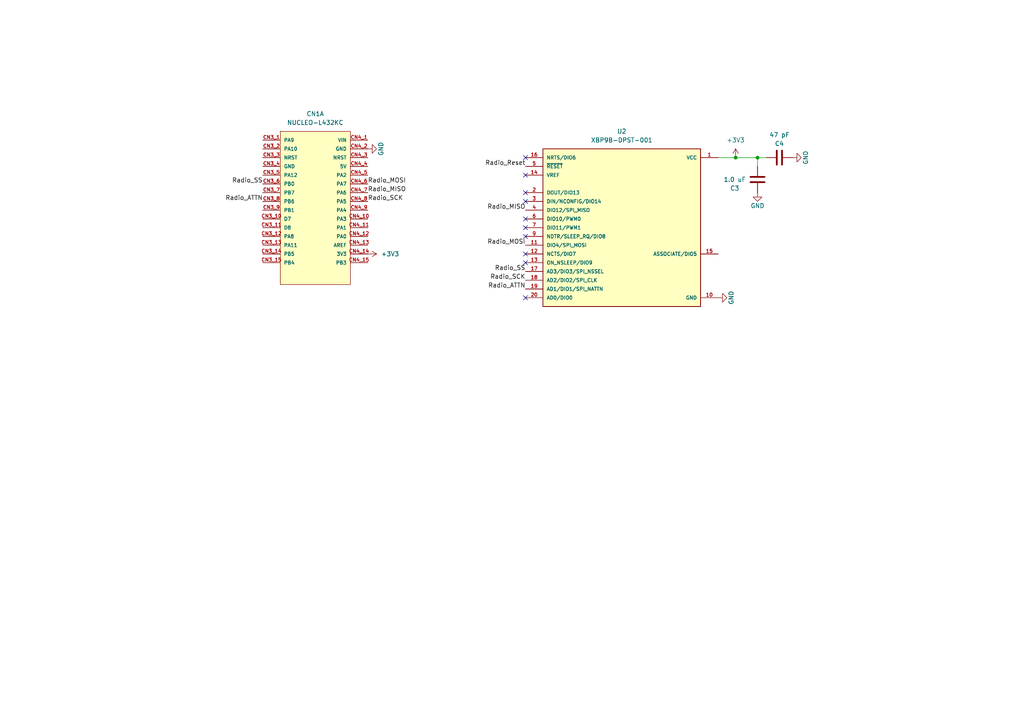
<source format=kicad_sch>
(kicad_sch (version 20231120) (generator "eeschema") (generator_version "8.0")
  (paper "A4")
  (lib_symbols
    (symbol "Device:C" (pin_numbers hide) (pin_names (offset 0.254))
      (property "Reference" "C" (at 0.635 2.54 0))
      (property "Value" "C" (at 0.635 -2.54 0))
      (symbol "C_0_1"
        (polyline (pts (xy -2.032 -0.762) (xy 2.032 -0.762)) (stroke (width 0.508)))
        (polyline (pts (xy -2.032 0.762) (xy 2.032 0.762)) (stroke (width 0.508)))
      )
      (symbol "C_1_1"
        (pin passive line (at 0 3.81 270) (length 2.794) (name "~") (number "1"))
        (pin passive line (at 0 -3.81 90) (length 2.794) (name "~") (number "2"))
      )
    )
    (symbol "FS_3_Global_Symbol_Library:NUCLEO-L432KC" (pin_names (offset 1.016))
      (property "Reference" "CN" (at 7.62 18.288 0))
      (property "Value" "NUCLEO-L432KC" (at -7.62 -25.4 0))
      (symbol "NUCLEO-L432KC_1_0"
        (rectangle (start -10.16 17.78) (end 10.16 -26.67) (stroke (width 0.1524)) (fill (type background)))
        (pin bidirectional line (at -15.24 15.24 0) (length 5.08) (name "PA9") (number "CN3_1"))
        (pin bidirectional line (at -15.24 -12.7 0) (length 5.08) (name "PA8") (number "CN3_12"))
        (pin bidirectional line (at -15.24 -15.24 0) (length 5.08) (name "PA11") (number "CN3_13"))
        (pin bidirectional line (at -15.24 -17.78 0) (length 5.08) (name "PB5") (number "CN3_14"))
        (pin bidirectional line (at -15.24 -20.32 0) (length 5.08) (name "PB4") (number "CN3_15"))
        (pin bidirectional line (at -15.24 12.7 0) (length 5.08) (name "PA10") (number "CN3_2"))
        (pin bidirectional line (at -15.24 5.08 0) (length 5.08) (name "PA12") (number "CN3_5"))
        (pin bidirectional line (at -15.24 2.54 0) (length 5.08) (name "PB0") (number "CN3_6"))
        (pin bidirectional line (at -15.24 0 0) (length 5.08) (name "PB7") (number "CN3_7"))
        (pin bidirectional line (at -15.24 -2.54 0) (length 5.08) (name "PB6") (number "CN3_8"))
        (pin bidirectional line (at -15.24 -5.08 0) (length 5.08) (name "PB1") (number "CN3_9"))
      )
      (symbol "NUCLEO-L432KC_1_1"
        (pin bidirectional line (at -15.24 -7.62 0) (length 5.08) (name "D7") (number "CN3_10"))
        (pin bidirectional line (at -15.24 -10.16 0) (length 5.08) (name "D8") (number "CN3_11"))
        (pin bidirectional line (at -15.24 10.16 0) (length 5.08) (name "NRST") (number "CN3_3"))
        (pin power_in line (at -15.24 7.62 0) (length 5.08) (name "GND") (number "CN3_4"))
        (pin power_in line (at 15.24 15.24 180) (length 5.08) (name "VIN") (number "CN4_1"))
        (pin bidirectional line (at 15.24 -7.62 180) (length 5.08) (name "PA3") (number "CN4_10"))
        (pin bidirectional line (at 15.24 -10.16 180) (length 5.08) (name "PA1") (number "CN4_11"))
        (pin bidirectional line (at 15.24 -12.7 180) (length 5.08) (name "PA0") (number "CN4_12"))
        (pin bidirectional line (at 15.24 -15.24 180) (length 5.08) (name "AREF") (number "CN4_13"))
        (pin power_out line (at 15.24 -17.78 180) (length 5.08) (name "3V3") (number "CN4_14"))
        (pin bidirectional line (at 15.24 -20.32 180) (length 5.08) (name "PB3") (number "CN4_15"))
        (pin power_in line (at 15.24 12.7 180) (length 5.08) (name "GND") (number "CN4_2"))
        (pin bidirectional line (at 15.24 10.16 180) (length 5.08) (name "NRST") (number "CN4_3"))
        (pin power_out line (at 15.24 7.62 180) (length 5.08) (name "5V") (number "CN4_4"))
        (pin bidirectional line (at 15.24 5.08 180) (length 5.08) (name "PA2") (number "CN4_5"))
        (pin bidirectional line (at 15.24 2.54 180) (length 5.08) (name "PA7") (number "CN4_6"))
        (pin bidirectional line (at 15.24 0 180) (length 5.08) (name "PA6") (number "CN4_7"))
        (pin bidirectional line (at 15.24 -2.54 180) (length 5.08) (name "PA5") (number "CN4_8"))
        (pin bidirectional line (at 15.24 -5.08 180) (length 5.08) (name "PA4") (number "CN4_9"))
      )
      (symbol "NUCLEO-L432KC_2_0"
        (rectangle (start -10.16 -17.78) (end 10.16 17.78) (stroke (width 0.1524)) (fill (type background)))
        (text "CN4" (at -10.16 18.542 0) (effects (font (size 1.778 1.778)) (justify left bottom)))
        (pin input line (at -15.24 7.62 0) (length 5.08) (name "VIN") (number "CN4_1"))
        (pin bidirectional line (at -15.24 -10.16 0) (length 5.08) (name "PA3") (number "CN4_10"))
        (pin bidirectional line (at -15.24 -5.08 0) (length 5.08) (name "PA1") (number "CN4_11"))
        (pin bidirectional line (at -15.24 -2.54 0) (length 5.08) (name "PA0") (number "CN4_12"))
        (pin bidirectional line (at 15.24 7.62 180) (length 5.08) (name "AREF") (number "CN4_13"))
        (pin power_in line (at 15.24 12.7 180) (length 5.08) (name "+3V3") (number "CN4_14"))
        (pin bidirectional line (at 15.24 2.54 180) (length 5.08) (name "PB3") (number "CN4_15"))
        (pin power_in line (at 15.24 -15.24 180) (length 5.08) (name "GND_CN4") (number "CN4_2"))
        (pin bidirectional line (at -15.24 2.54 0) (length 5.08) (name "NRST_CN4") (number "CN4_3"))
        (pin power_in line (at 15.24 15.24 180) (length 5.08) (name "+5V") (number "CN4_4"))
        (pin bidirectional line (at -15.24 -7.62 0) (length 5.08) (name "PA2") (number "CN4_5"))
        (pin bidirectional line (at 15.24 -10.16 180) (length 5.08) (name "PA7") (number "CN4_6"))
        (pin bidirectional line (at 15.24 -7.62 180) (length 5.08) (name "PA6") (number "CN4_7"))
        (pin bidirectional line (at 15.24 -5.08 180) (length 5.08) (name "PA5") (number "CN4_8"))
        (pin bidirectional line (at 15.24 -2.54 180) (length 5.08) (name "PA4") (number "CN4_9"))
      )
      (symbol "NUCLEO-L432KC_2_1"
        (pin bidirectional line (at 17.78 6.35 180) (length 5.08) (name "PA2") (number "-UB"))
      )
    )
    (symbol "FS_3_Global_Symbol_Library:XBP9B-DPST-001" (pin_names (offset 1.016))
      (property "Reference" "U" (at -22.9283 25.476 0))
      (property "Value" "XBP9B-DPST-001" (at -22.8929 -25.4366 0))
      (symbol "XBP9B-DPST-001_0_0"
        (rectangle (start -22.86 -22.86) (end 22.86 22.86) (stroke (width 0.254)) (fill (type background)))
        (pin power_in line (at 27.94 20.32 180) (length 5.08) (name "VCC") (number "1"))
        (pin power_in line (at 27.94 -20.32 180) (length 5.08) (name "GND") (number "10"))
        (pin bidirectional line (at -27.94 -5.08 0) (length 5.08) (name "DIO4/SPI_MOSI") (number "11"))
        (pin bidirectional line (at -27.94 -7.62 0) (length 5.08) (name "NCTS/DIO7") (number "12"))
        (pin bidirectional line (at -27.94 -10.16 0) (length 5.08) (name "ON_NSLEEP/DIO9") (number "13"))
        (pin input line (at -27.94 15.24 0) (length 5.08) (name "VREF") (number "14"))
        (pin output line (at 27.94 -7.62 180) (length 5.08) (name "ASSOCIATE/DIO5") (number "15"))
        (pin input line (at -27.94 20.32 0) (length 5.08) (name "NRTS/DIO6") (number "16"))
        (pin bidirectional line (at -27.94 -12.7 0) (length 5.08) (name "AD3/DIO3/SPI_NSSEL") (number "17"))
        (pin bidirectional line (at -27.94 -15.24 0) (length 5.08) (name "AD2/DIO2/SPI_CLK") (number "18"))
        (pin bidirectional line (at -27.94 -17.78 0) (length 5.08) (name "AD1/DIO1/SPI_NATTN") (number "19"))
        (pin bidirectional line (at -27.94 10.16 0) (length 5.08) (name "DOUT/DIO13") (number "2"))
        (pin bidirectional line (at -27.94 -20.32 0) (length 5.08) (name "AD0/DIO0") (number "20"))
        (pin bidirectional line (at -27.94 7.62 0) (length 5.08) (name "DIN/NCONFIG/DIO14") (number "3"))
        (pin bidirectional line (at -27.94 5.08 0) (length 5.08) (name "DIO12/SPI_MISO") (number "4"))
        (pin input line (at -27.94 17.78 0) (length 5.08) (name "~{RESET}") (number "5"))
        (pin bidirectional line (at -27.94 2.54 0) (length 5.08) (name "DIO10/PWM0") (number "6"))
        (pin bidirectional line (at -27.94 0 0) (length 5.08) (name "DIO11/PWM1") (number "7"))
        (pin bidirectional line (at -27.94 -2.54 0) (length 5.08) (name "NDTR/SLEEP_RQ/DIO8") (number "9"))
      )
    )
    (symbol "power:+3V3" (power) (pin_numbers hide) (pin_names (offset 0) hide)
      (property "Value" "+3V3" (at 0 3.556 0))
      (symbol "+3V3_0_1"
        (polyline (pts (xy -0.762 1.27) (xy 0 2.54)))
        (polyline (pts (xy 0 0) (xy 0 2.54)))
        (polyline (pts (xy 0 2.54) (xy 0.762 1.27)))
      )
      (symbol "+3V3_1_1"
        (pin power_in line (at 0 0 90) (length 0) (name "~") (number "1"))
      )
    )
    (symbol "power:+5V" (power) (pin_numbers hide) (pin_names (offset 0) hide)
      (property "Value" "+5V" (at 0 3.556 0))
      (symbol "+5V_0_1"
        (polyline (pts (xy -0.762 1.27) (xy 0 2.54)))
        (polyline (pts (xy 0 0) (xy 0 2.54)))
        (polyline (pts (xy 0 2.54) (xy 0.762 1.27)))
      )
      (symbol "+5V_1_1"
        (pin power_in line (at 0 0 90) (length 0) (name "~") (number "1"))
      )
    )
    (symbol "power:GND" (power) (pin_numbers hide) (pin_names (offset 0) hide)
      (property "Value" "GND" (at 0 -3.81 0))
      (symbol "GND_0_1"
        (polyline (pts (xy 0 0) (xy 0 -1.27) (xy 1.27 -1.27) (xy 0 -2.54) (xy -1.27 -1.27) (xy 0 -1.27)))
      )
      (symbol "GND_1_1"
        (pin power_in line (at 0 0 270) (length 0) (name "~") (number "1"))
      )
    )
  )
  (junction (at 219.71 45.72))
  (junction (at 213.36 45.72))
  (no_connect (at 152.4 76.2))
  (no_connect (at 152.4 50.8))
  (no_connect (at 152.4 68.58))
  (no_connect (at 152.4 86.36))
  (no_connect (at 152.4 58.42))
  (no_connect (at 152.4 73.66))
  (no_connect (at 152.4 66.04))
  (no_connect (at 152.4 63.5))
  (no_connect (at 152.4 55.88))
  (no_connect (at 152.4 45.72))
  (wire (pts (xy 213.36 45.72) (xy 219.71 45.72)))
  (wire (pts (xy 208.28 45.72) (xy 213.36 45.72)))
  (wire (pts (xy 219.71 45.72) (xy 219.71 48.26)))
  (wire (pts (xy 219.71 45.72) (xy 222.25 45.72)))
  (label "Radio_MISO" (at 152.4 60.96 180))
  (label "Radio_SS" (at 152.4 78.74 180))
  (label "Radio_ATTN" (at 152.4 83.82 180))
  (label "Radio_Reset" (at 152.4 48.26 180))
  (label "Radio_MOSI" (at 152.4 71.12 180))
  (label "Radio_SCK" (at 106.68 58.42 0))
  (label "Radio_ATTN" (at 76.2 58.42 180))
  (label "Radio_MOSI" (at 106.68 53.34 0))
  (label "Radio_MISO" (at 106.68 55.88 0))
  (label "Radio_SCK" (at 152.4 81.28 180))
  (label "Radio_SS" (at 76.2 53.34 180))
  (symbol (lib_id "power:+3V3") (at 213.36 45.72 0) (unit 1)
    (property "Reference" "#PWR08" (effects (hide yes)))
    (property "Value" "+3V3" (at 213.36 40.64 0))
    (property "Description" "Power symbol creates a global label with name \"+3V3\"" (effects (hide yes)))
  )
  (symbol (lib_id "power:GND") (at 106.68 43.18 90) (unit 1)
    (property "Reference" "#PWR06" (effects (hide yes)))
    (property "Value" "GND" (at 110.49 43.18 0))
  )
  (symbol (lib_id "FS_3_Global_Symbol_Library:XBP9B-DPST-001") (at 180.34 66.04 0) (unit 1)
    (property "Reference" "U2" (at 180.34 38.1 0))
    (property "Value" "XBP9B-DPST-001" (at 180.34 40.64 0))
    (property "Footprint" "FS_3_Global_Footprint_Library:XBP9B-DPST-001" (effects (hide yes)))
    (property "Datasheet" "https://www.digi.com/resources/documentation/digidocs/pdfs/90002173.pdf" (effects (hide yes)))
    (property "Description" "General ISM < 1GHz Transceiver Module 900MHz" (effects (hide yes)))
    (property "MANUFACTURER" "Digi International" (effects (hide yes)))
  )
  (symbol (lib_id "power:+5V") (at 106.68 73.66 270) (unit 1)
    (property "Reference" "#PWR03" (effects (hide yes)))
    (property "Value" "+3V3" (at 110.49 73.6599 90) (effects (justify left)))
  )
  (symbol (lib_id "Device:C") (at 219.71 52.07 0) (unit 1)
    (property "Reference" "C3" (at 213.106 54.61 0))
    (property "Value" "1.0 uF" (at 213.106 52.07 0))
    (property "Footprint" "Capacitor_SMD:C_0805_2012Metric_Pad1.18x1.45mm_HandSolder" (effects (hide yes)))
  )
  (symbol (lib_id "FS_3_Global_Symbol_Library:NUCLEO-L432KC") (at 91.44 55.88 0) (unit 1)
    (property "Reference" "CN1" (at 91.44 33.02 0))
    (property "Value" "NUCLEO-L432KC" (at 91.44 35.56 0))
    (property "Footprint" "FS_3_Global_Footprint_Library:NUCLEO-L432KC" (effects (hide yes)))
    (property "Description" "STM32 Microcontroller" (effects (hide yes)))
    (property "PARTREV" "N/A" (effects (hide yes)))
    (property "STANDARD" "Manufacturer Recommendations" (effects (hide yes)))
    (property "MAXIMUM_PACKAGE_HEIGHT" "N/A" (effects (hide yes)))
    (property "MANUFACTURER" "ST Microelectronics" (effects (hide yes)))
  )
  (symbol (lib_id "power:GND") (at 229.87 45.72 90) (unit 1)
    (property "Reference" "#PWR010" (effects (hide yes)))
    (property "Value" "GND" (at 233.68 45.72 0))
  )
  (symbol (lib_id "power:GND") (at 208.28 86.36 90) (unit 1)
    (property "Reference" "#PWR07" (effects (hide yes)))
    (property "Value" "GND" (at 212.09 86.36 0))
  )
  (symbol (lib_id "power:GND") (at 219.71 55.88 0) (unit 1)
    (property "Reference" "#PWR09" (effects (hide yes)))
    (property "Value" "GND" (at 219.71 59.69 0))
  )
  (symbol (lib_id "Device:C") (at 226.06 45.72 90) (unit 1)
    (property "Reference" "C4" (at 226.06 41.656 90))
    (property "Value" "47 pF" (at 226.06 39.116 90))
    (property "Footprint" "Capacitor_SMD:C_0805_2012Metric_Pad1.18x1.45mm_HandSolder" (effects (hide yes)))
  )
)
</source>
